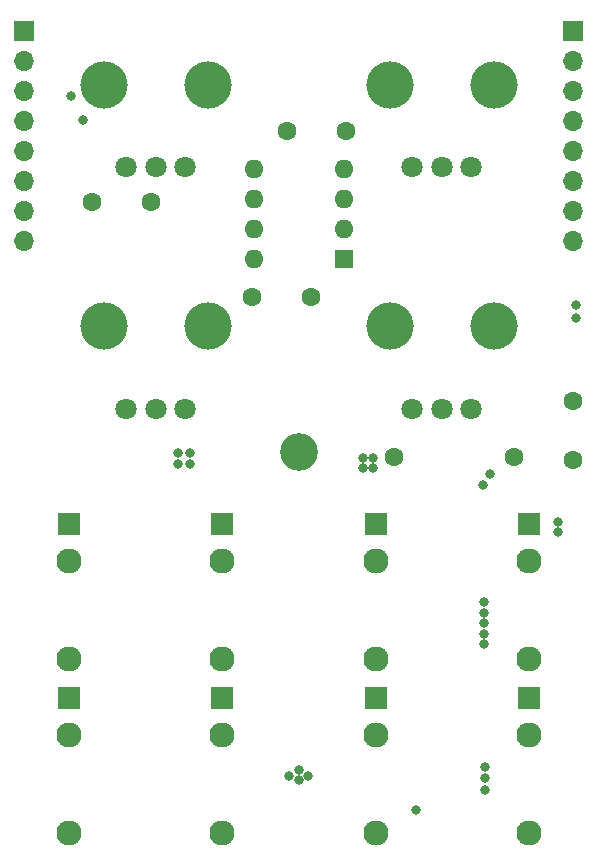
<source format=gts>
G04 #@! TF.GenerationSoftware,KiCad,Pcbnew,9.0.4-9.0.4-0~ubuntu22.04.1*
G04 #@! TF.CreationDate,2025-10-19T11:48:27+01:00*
G04 #@! TF.ProjectId,CD40106_VCO,43443430-3130-4365-9f56-434f2e6b6963,rev?*
G04 #@! TF.SameCoordinates,Original*
G04 #@! TF.FileFunction,Soldermask,Top*
G04 #@! TF.FilePolarity,Negative*
%FSLAX46Y46*%
G04 Gerber Fmt 4.6, Leading zero omitted, Abs format (unit mm)*
G04 Created by KiCad (PCBNEW 9.0.4-9.0.4-0~ubuntu22.04.1) date 2025-10-19 11:48:27*
%MOMM*%
%LPD*%
G01*
G04 APERTURE LIST*
%ADD10R,1.930000X1.830000*%
%ADD11C,2.130000*%
%ADD12C,4.000000*%
%ADD13C,1.800000*%
%ADD14C,3.200000*%
%ADD15C,1.600000*%
%ADD16R,1.600000X1.600000*%
%ADD17O,1.600000X1.600000*%
%ADD18R,1.700000X1.700000*%
%ADD19O,1.700000X1.700000*%
%ADD20C,0.800000*%
G04 APERTURE END LIST*
D10*
X127500000Y-133250000D03*
D11*
X127500000Y-144650000D03*
X127500000Y-136350000D03*
D12*
X141700000Y-101750000D03*
X150500000Y-101750000D03*
D13*
X143600000Y-108750000D03*
X146100000Y-108750000D03*
X148600000Y-108750000D03*
D14*
X134000000Y-112400000D03*
D15*
X116500000Y-91250000D03*
X121500000Y-91250000D03*
D12*
X141700000Y-81300000D03*
X150500000Y-81300000D03*
D13*
X143600000Y-88300000D03*
X146100000Y-88300000D03*
X148600000Y-88300000D03*
D10*
X153500000Y-133250000D03*
D11*
X153500000Y-144650000D03*
X153500000Y-136350000D03*
D15*
X130000000Y-99250000D03*
X135000000Y-99250000D03*
X133000000Y-85250000D03*
X138000000Y-85250000D03*
D12*
X117500000Y-81300000D03*
X126300000Y-81300000D03*
D13*
X119400000Y-88300000D03*
X121900000Y-88300000D03*
X124400000Y-88300000D03*
D16*
X137800000Y-96050000D03*
D17*
X137800000Y-93510000D03*
X137800000Y-90970000D03*
X137800000Y-88430000D03*
X130180000Y-88430000D03*
X130180000Y-90970000D03*
X130180000Y-93510000D03*
X130180000Y-96050000D03*
D15*
X157200000Y-113100000D03*
X157200000Y-108100000D03*
X142020000Y-112800000D03*
X152180000Y-112800000D03*
D12*
X117500000Y-101750000D03*
X126300000Y-101750000D03*
D13*
X119400000Y-108750000D03*
X121900000Y-108750000D03*
X124400000Y-108750000D03*
D10*
X140500000Y-118500000D03*
D11*
X140500000Y-129900000D03*
X140500000Y-121600000D03*
D10*
X127500000Y-118500000D03*
D11*
X127500000Y-129900000D03*
X127500000Y-121600000D03*
D10*
X140500000Y-133250000D03*
D11*
X140500000Y-144650000D03*
X140500000Y-136350000D03*
D10*
X114500000Y-133250000D03*
D11*
X114500000Y-144650000D03*
X114500000Y-136350000D03*
D10*
X153500000Y-118500000D03*
D11*
X153500000Y-129900000D03*
X153500000Y-121600000D03*
D10*
X114500000Y-118500000D03*
D11*
X114500000Y-129900000D03*
X114500000Y-121600000D03*
D18*
X157250000Y-76750000D03*
D19*
X157250000Y-79290000D03*
X157250000Y-81830000D03*
X157250000Y-84370000D03*
X157250000Y-86910000D03*
X157250000Y-89450000D03*
X157250000Y-91990000D03*
X157250000Y-94530000D03*
D18*
X110750000Y-76750000D03*
D19*
X110750000Y-79290000D03*
X110750000Y-81830000D03*
X110750000Y-84370000D03*
X110750000Y-86910000D03*
X110750000Y-89450000D03*
X110750000Y-91990000D03*
X110750000Y-94530000D03*
D20*
X139400000Y-113800000D03*
X149700000Y-126900000D03*
X149700000Y-127800000D03*
X124800000Y-113400000D03*
X149700000Y-125100000D03*
X134800000Y-139800000D03*
X149800000Y-140000000D03*
X123800000Y-113400000D03*
X124800000Y-112500000D03*
X123800000Y-112500000D03*
X155900000Y-119200000D03*
X149700000Y-126000000D03*
X134000000Y-140200000D03*
X150200000Y-114300000D03*
X157500000Y-101100000D03*
X155900000Y-118300000D03*
X157500000Y-100000000D03*
X140300000Y-113800000D03*
X140300000Y-112900000D03*
X149700000Y-128700000D03*
X149600000Y-115200000D03*
X149800000Y-141000000D03*
X149800000Y-139100000D03*
X134000000Y-139300000D03*
X139400000Y-112900000D03*
X133200000Y-139800000D03*
X143900000Y-142700000D03*
X114700000Y-82300000D03*
X115700000Y-84300000D03*
M02*

</source>
